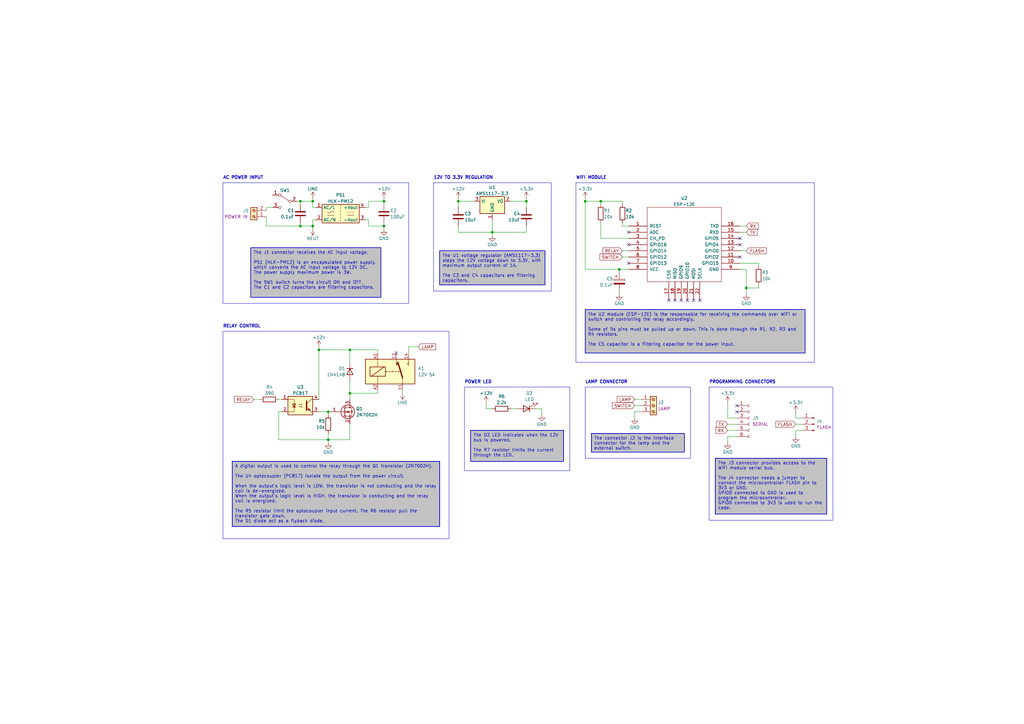
<source format=kicad_sch>
(kicad_sch (version 20230121) (generator eeschema)
  (paper "A3")
  (title_block (title "Lamp Module X1") (date "2024-05-02") (rev "1.1") (company "Alan Carvalho"))
  (lib_symbols
    (symbol "Connector:Conn_01x03_Pin" (pin_names (offset 1.016) hide)
      (property "Reference" "J" (at 0 5.08 0))
      (property "Value" "Conn_01x03_Pin" (at 0 -5.08 0))
      (symbol "Conn_01x03_Pin_1_1"
        (polyline (pts (xy 1.27 -2.54) (xy 0.8636 -2.54)) (stroke (width 0.1524)))
        (polyline (pts (xy 1.27 0) (xy 0.8636 0)) (stroke (width 0.1524)))
        (polyline (pts (xy 1.27 2.54) (xy 0.8636 2.54)) (stroke (width 0.1524)))
        (rectangle (start 0.8636 -2.413) (end 0 -2.667) (stroke (width 0.1524)) (fill (type outline)))
        (rectangle (start 0.8636 0.127) (end 0 -0.127) (stroke (width 0.1524)) (fill (type outline)))
        (rectangle (start 0.8636 2.667) (end 0 2.413) (stroke (width 0.1524)) (fill (type outline)))
        (pin passive line (at 5.08 2.54 180) (length 3.81) (name "Pin_1") (number "1"))
        (pin passive line (at 5.08 0 180) (length 3.81) (name "Pin_2") (number "2"))
        (pin passive line (at 5.08 -2.54 180) (length 3.81) (name "Pin_3") (number "3"))
      )
    )
    (symbol "Connector:Conn_01x06_Socket" (pin_names (offset 1.016) hide)
      (property "Reference" "J" (at 0 7.62 0))
      (property "Value" "Conn_01x06_Socket" (at 0 -10.16 0))
      (symbol "Conn_01x06_Socket_1_1"
        (arc (start 0 -7.112) (mid -0.5058 -7.62) (end 0 -8.128) (stroke (width 0.1524)))
        (arc (start 0 -4.572) (mid -0.5058 -5.08) (end 0 -5.588) (stroke (width 0.1524)))
        (arc (start 0 -2.032) (mid -0.5058 -2.54) (end 0 -3.048) (stroke (width 0.1524)))
        (polyline (pts (xy -1.27 -7.62) (xy -0.508 -7.62)) (stroke (width 0.1524)))
        (polyline (pts (xy -1.27 -5.08) (xy -0.508 -5.08)) (stroke (width 0.1524)))
        (polyline (pts (xy -1.27 -2.54) (xy -0.508 -2.54)) (stroke (width 0.1524)))
        (polyline (pts (xy -1.27 0) (xy -0.508 0)) (stroke (width 0.1524)))
        (polyline (pts (xy -1.27 2.54) (xy -0.508 2.54)) (stroke (width 0.1524)))
        (polyline (pts (xy -1.27 5.08) (xy -0.508 5.08)) (stroke (width 0.1524)))
        (arc (start 0 0.508) (mid -0.5058 0) (end 0 -0.508) (stroke (width 0.1524)))
        (arc (start 0 3.048) (mid -0.5058 2.54) (end 0 2.032) (stroke (width 0.1524)))
        (arc (start 0 5.588) (mid -0.5058 5.08) (end 0 4.572) (stroke (width 0.1524)))
        (pin passive line (at -5.08 5.08 0) (length 3.81) (name "Pin_1") (number "1"))
        (pin passive line (at -5.08 2.54 0) (length 3.81) (name "Pin_2") (number "2"))
        (pin passive line (at -5.08 0 0) (length 3.81) (name "Pin_3") (number "3"))
        (pin passive line (at -5.08 -2.54 0) (length 3.81) (name "Pin_4") (number "4"))
        (pin passive line (at -5.08 -5.08 0) (length 3.81) (name "Pin_5") (number "5"))
        (pin passive line (at -5.08 -7.62 0) (length 3.81) (name "Pin_6") (number "6"))
      )
    )
    (symbol "Connector:Screw_Terminal_01x02" (pin_names (offset 1.016) hide)
      (property "Reference" "J" (at 0 2.54 0))
      (property "Value" "Screw_Terminal_01x02" (at 0 -5.08 0))
      (symbol "Screw_Terminal_01x02_1_1"
        (rectangle (start -1.27 1.27) (end 1.27 -3.81) (stroke (width 0.254)) (fill (type background)))
        (circle (center 0 -2.54) (radius 0.635) (stroke (width 0.1524)))
        (polyline (pts (xy -0.5334 -2.2098) (xy 0.3302 -3.048)) (stroke (width 0.1524)))
        (polyline (pts (xy -0.5334 0.3302) (xy 0.3302 -0.508)) (stroke (width 0.1524)))
        (polyline (pts (xy -0.3556 -2.032) (xy 0.508 -2.8702)) (stroke (width 0.1524)))
        (polyline (pts (xy -0.3556 0.508) (xy 0.508 -0.3302)) (stroke (width 0.1524)))
        (circle (center 0 0) (radius 0.635) (stroke (width 0.1524)))
        (pin passive line (at -5.08 0 0) (length 3.81) (name "Pin_1") (number "1"))
        (pin passive line (at -5.08 -2.54 0) (length 3.81) (name "Pin_2") (number "2"))
      )
    )
    (symbol "Connector:Screw_Terminal_01x03" (pin_names (offset 1.016) hide)
      (property "Reference" "J" (at 0 5.08 0))
      (property "Value" "Screw_Terminal_01x03" (at 0 -5.08 0))
      (symbol "Screw_Terminal_01x03_1_1"
        (rectangle (start -1.27 3.81) (end 1.27 -3.81) (stroke (width 0.254)) (fill (type background)))
        (circle (center 0 -2.54) (radius 0.635) (stroke (width 0.1524)))
        (polyline (pts (xy -0.5334 -2.2098) (xy 0.3302 -3.048)) (stroke (width 0.1524)))
        (polyline (pts (xy -0.5334 0.3302) (xy 0.3302 -0.508)) (stroke (width 0.1524)))
        (polyline (pts (xy -0.5334 2.8702) (xy 0.3302 2.032)) (stroke (width 0.1524)))
        (polyline (pts (xy -0.3556 -2.032) (xy 0.508 -2.8702)) (stroke (width 0.1524)))
        (polyline (pts (xy -0.3556 0.508) (xy 0.508 -0.3302)) (stroke (width 0.1524)))
        (polyline (pts (xy -0.3556 3.048) (xy 0.508 2.2098)) (stroke (width 0.1524)))
        (circle (center 0 0) (radius 0.635) (stroke (width 0.1524)))
        (circle (center 0 2.54) (radius 0.635) (stroke (width 0.1524)))
        (pin passive line (at -5.08 2.54 0) (length 3.81) (name "Pin_1") (number "1"))
        (pin passive line (at -5.08 0 0) (length 3.81) (name "Pin_2") (number "2"))
        (pin passive line (at -5.08 -2.54 0) (length 3.81) (name "Pin_3") (number "3"))
      )
    )
    (symbol "Converter_ACDC:HLK-PM12"
      (property "Reference" "PS" (at 0 5.08 0))
      (property "Value" "HLK-PM12" (at 0 -5.08 0))
      (symbol "HLK-PM12_0_1"
        (rectangle (start -7.62 3.81) (end 7.62 -3.81) (stroke (width 0.254)) (fill (type background)))
        (arc (start -5.334 0.635) (mid -4.699 0.2495) (end -4.064 0.635))
        (arc (start -2.794 0.635) (mid -3.429 1.0072) (end -4.064 0.635))
        (polyline (pts (xy -5.334 -0.635) (xy -2.794 -0.635)))
        (polyline (pts (xy 0 -2.54) (xy 0 -3.175)))
        (polyline (pts (xy 0 -1.27) (xy 0 -1.905)))
        (polyline (pts (xy 0 0) (xy 0 -0.635)))
        (polyline (pts (xy 0 1.27) (xy 0 0.635)))
        (polyline (pts (xy 0 2.54) (xy 0 1.905)))
        (polyline (pts (xy 0 3.81) (xy 0 3.175)))
        (polyline (pts (xy 2.794 -0.635) (xy 5.334 -0.635)))
        (polyline (pts (xy 2.794 0.635) (xy 3.302 0.635)))
        (polyline (pts (xy 3.81 0.635) (xy 4.318 0.635)))
        (polyline (pts (xy 4.826 0.635) (xy 5.334 0.635)))
      )
      (symbol "HLK-PM12_1_1"
        (pin power_in line (at -10.16 2.54 0) (length 2.54) (name "AC/L") (number "1"))
        (pin power_in line (at -10.16 -2.54 0) (length 2.54) (name "AC/N") (number "2"))
        (pin power_out line (at 10.16 -2.54 180) (length 2.54) (name "-Vout") (number "3"))
        (pin power_out line (at 10.16 2.54 180) (length 2.54) (name "+Vout") (number "4"))
      )
    )
    (symbol "Device:C" (pin_numbers hide) (pin_names (offset 0.254))
      (property "Reference" "C" (at 0.635 2.54 0))
      (property "Value" "C" (at 0.635 -2.54 0))
      (symbol "C_0_1"
        (polyline (pts (xy -2.032 -0.762) (xy 2.032 -0.762)) (stroke (width 0.508)))
        (polyline (pts (xy -2.032 0.762) (xy 2.032 0.762)) (stroke (width 0.508)))
      )
      (symbol "C_1_1"
        (pin passive line (at 0 3.81 270) (length 2.794) (name "~") (number "1"))
        (pin passive line (at 0 -3.81 90) (length 2.794) (name "~") (number "2"))
      )
    )
    (symbol "Device:C_Polarized" (pin_numbers hide) (pin_names (offset 0.254))
      (property "Reference" "C" (at 0.635 2.54 0))
      (property "Value" "C_Polarized" (at 0.635 -2.54 0))
      (symbol "C_Polarized_0_1"
        (rectangle (start -2.286 0.508) (end 2.286 1.016))
        (polyline (pts (xy -1.778 2.286) (xy -0.762 2.286)))
        (polyline (pts (xy -1.27 2.794) (xy -1.27 1.778)))
        (rectangle (start 2.286 -0.508) (end -2.286 -1.016) (fill (type outline)))
      )
      (symbol "C_Polarized_1_1"
        (pin passive line (at 0 3.81 270) (length 2.794) (name "~") (number "1"))
        (pin passive line (at 0 -3.81 90) (length 2.794) (name "~") (number "2"))
      )
    )
    (symbol "Device:LED" (pin_numbers hide) (pin_names (offset 1.016) hide)
      (property "Reference" "D" (at 0 2.54 0))
      (property "Value" "LED" (at 0 -2.54 0))
      (symbol "LED_0_1"
        (polyline (pts (xy -1.27 -1.27) (xy -1.27 1.27)) (stroke (width 0.254)))
        (polyline (pts (xy -1.27 0) (xy 1.27 0)))
        (polyline (pts (xy 1.27 -1.27) (xy 1.27 1.27) (xy -1.27 0) (xy 1.27 -1.27)) (stroke (width 0.254)))
        (polyline (pts (xy -3.048 -0.762) (xy -4.572 -2.286) (xy -3.81 -2.286) (xy -4.572 -2.286) (xy -4.572 -1.524)))
        (polyline (pts (xy -1.778 -0.762) (xy -3.302 -2.286) (xy -2.54 -2.286) (xy -3.302 -2.286) (xy -3.302 -1.524)))
      )
      (symbol "LED_1_1"
        (pin passive line (at -3.81 0 0) (length 2.54) (name "K") (number "1"))
        (pin passive line (at 3.81 0 180) (length 2.54) (name "A") (number "2"))
      )
    )
    (symbol "Device:R" (pin_numbers hide) (pin_names (offset 0))
      (property "Reference" "R" (at 2.032 0 90))
      (property "Value" "R" (at 0 0 90))
      (symbol "R_0_1"
        (rectangle (start -1.016 -2.54) (end 1.016 2.54) (stroke (width 0.254)))
      )
      (symbol "R_1_1"
        (pin passive line (at 0 3.81 270) (length 1.27) (name "~") (number "1"))
        (pin passive line (at 0 -3.81 90) (length 1.27) (name "~") (number "2"))
      )
    )
    (symbol "Diode:1N4148" (pin_numbers hide) (pin_names hide)
      (property "Reference" "D" (at 0 2.54 0))
      (property "Value" "1N4148" (at 0 -2.54 0))
      (symbol "1N4148_0_1"
        (polyline (pts (xy -1.27 1.27) (xy -1.27 -1.27)) (stroke (width 0.254)))
        (polyline (pts (xy 1.27 0) (xy -1.27 0)))
        (polyline (pts (xy 1.27 1.27) (xy 1.27 -1.27) (xy -1.27 0) (xy 1.27 1.27)) (stroke (width 0.254)))
      )
      (symbol "1N4148_1_1"
        (pin passive line (at -3.81 0 0) (length 2.54) (name "K") (number "1"))
        (pin passive line (at 3.81 0 180) (length 2.54) (name "A") (number "2"))
      )
    )
    (symbol "ESP8266:ESP-12E" (pin_names (offset 1.016))
      (property "Reference" "U" (at 0 -2.54 0))
      (property "Value" "ESP-12E" (at 0 2.54 0))
      (symbol "ESP-12E_1_0"
        (rectangle (start -15.24 -15.24) (end 15.24 15.24))
      )
      (symbol "ESP-12E_1_1"
        (pin input line (at -22.86 7.62 0) (length 7.62) (name "REST") (number "1"))
        (pin bidirectional line (at 22.86 -7.62 180) (length 7.62) (name "GPIO15") (number "10"))
        (pin bidirectional line (at 22.86 -5.08 180) (length 7.62) (name "GPIO2") (number "11"))
        (pin bidirectional line (at 22.86 -2.54 180) (length 7.62) (name "GPIO0") (number "12"))
        (pin bidirectional line (at 22.86 0 180) (length 7.62) (name "GPIO4") (number "13"))
        (pin bidirectional line (at 22.86 2.54 180) (length 7.62) (name "GPIO5") (number "14"))
        (pin input line (at 22.86 5.08 180) (length 7.62) (name "RXD") (number "15"))
        (pin output line (at 22.86 7.62 180) (length 7.62) (name "TXD") (number "16"))
        (pin bidirectional line (at -6.35 -22.86 90) (length 7.62) (name "CS0") (number "17"))
        (pin bidirectional line (at -3.81 -22.86 90) (length 7.62) (name "MISO") (number "18"))
        (pin bidirectional line (at -1.27 -22.86 90) (length 7.62) (name "GPIO9") (number "19"))
        (pin passive line (at -22.86 5.08 0) (length 7.62) (name "ADC") (number "2"))
        (pin bidirectional line (at 1.27 -22.86 90) (length 7.62) (name "GPIO10") (number "20"))
        (pin bidirectional line (at 3.81 -22.86 90) (length 7.62) (name "MOSI") (number "21"))
        (pin bidirectional line (at 6.35 -22.86 90) (length 7.62) (name "SCLK") (number "22"))
        (pin input line (at -22.86 2.54 0) (length 7.62) (name "CH_PD") (number "3"))
        (pin bidirectional line (at -22.86 0 0) (length 7.62) (name "GPIO16") (number "4"))
        (pin bidirectional line (at -22.86 -2.54 0) (length 7.62) (name "GPIO14") (number "5"))
        (pin bidirectional line (at -22.86 -5.08 0) (length 7.62) (name "GPIO12") (number "6"))
        (pin bidirectional line (at -22.86 -7.62 0) (length 7.62) (name "GPIO13") (number "7"))
        (pin power_in line (at -22.86 -10.16 0) (length 7.62) (name "VCC") (number "8"))
        (pin power_in line (at 22.86 -10.16 180) (length 7.62) (name "GND") (number "9"))
      )
    )
    (symbol "Isolator:PC817" (pin_names (offset 1.016))
      (property "Reference" "U" (at -5.08 5.08 0))
      (property "Value" "PC817" (at 0 5.08 0))
      (symbol "PC817_0_1"
        (rectangle (start -5.08 3.81) (end 5.08 -3.81) (stroke (width 0.254)) (fill (type background)))
        (polyline (pts (xy -3.175 -0.635) (xy -1.905 -0.635)) (stroke (width 0.254)))
        (polyline (pts (xy 2.54 0.635) (xy 4.445 2.54)))
        (polyline (pts (xy 4.445 -2.54) (xy 2.54 -0.635)) (fill (type outline)))
        (polyline (pts (xy 4.445 -2.54) (xy 5.08 -2.54)))
        (polyline (pts (xy 4.445 2.54) (xy 5.08 2.54)))
        (polyline (pts (xy -5.08 2.54) (xy -2.54 2.54) (xy -2.54 -0.635)))
        (polyline (pts (xy -2.54 -0.635) (xy -2.54 -2.54) (xy -5.08 -2.54)))
        (polyline (pts (xy 2.54 1.905) (xy 2.54 -1.905) (xy 2.54 -1.905)) (stroke (width 0.508)))
        (polyline (pts (xy -2.54 -0.635) (xy -3.175 0.635) (xy -1.905 0.635) (xy -2.54 -0.635)) (stroke (width 0.254)))
        (polyline (pts (xy -0.508 -0.508) (xy 0.762 -0.508) (xy 0.381 -0.635) (xy 0.381 -0.381) (xy 0.762 -0.508)))
        (polyline (pts (xy -0.508 0.508) (xy 0.762 0.508) (xy 0.381 0.381) (xy 0.381 0.635) (xy 0.762 0.508)))
        (polyline (pts (xy 3.048 -1.651) (xy 3.556 -1.143) (xy 4.064 -2.159) (xy 3.048 -1.651) (xy 3.048 -1.651)) (fill (type outline)))
      )
      (symbol "PC817_1_1"
        (pin passive line (at -7.62 2.54 0) (length 2.54) (name "~") (number "1"))
        (pin passive line (at -7.62 -2.54 0) (length 2.54) (name "~") (number "2"))
        (pin passive line (at 7.62 -2.54 180) (length 2.54) (name "~") (number "3"))
        (pin passive line (at 7.62 2.54 180) (length 2.54) (name "~") (number "4"))
      )
    )
    (symbol "Regulator_Linear:AMS1117-3.3"
      (property "Reference" "U" (at -3.81 3.175 0))
      (property "Value" "AMS1117-3.3" (at 0 3.175 0))
      (symbol "AMS1117-3.3_0_1"
        (rectangle (start -5.08 -5.08) (end 5.08 1.905) (stroke (width 0.254)) (fill (type background)))
      )
      (symbol "AMS1117-3.3_1_1"
        (pin power_in line (at 0 -7.62 90) (length 2.54) (name "GND") (number "1"))
        (pin power_out line (at 7.62 0 180) (length 2.54) (name "VO") (number "2"))
        (pin power_in line (at -7.62 0 0) (length 2.54) (name "VI") (number "3"))
      )
    )
    (symbol "Relay:FINDER-36.11"
      (property "Reference" "K" (at 11.43 3.81 0))
      (property "Value" "FINDER-36.11" (at 11.43 1.27 0))
      (symbol "FINDER-36.11_0_0"
        (polyline (pts (xy 2.54 3.81) (xy 2.54 5.08)))
        (polyline (pts (xy 7.62 3.81) (xy 7.62 5.08)))
        (polyline (pts (xy 7.62 3.81) (xy 7.62 2.54) (xy 6.985 3.175) (xy 7.62 3.81)))
      )
      (symbol "FINDER-36.11_0_1"
        (rectangle (start -10.16 5.08) (end 10.16 -5.08) (stroke (width 0.254)) (fill (type background)))
        (rectangle (start -8.255 1.905) (end -1.905 -1.905) (stroke (width 0.254)))
        (polyline (pts (xy -7.62 -1.905) (xy -2.54 1.905)) (stroke (width 0.254)))
        (polyline (pts (xy -5.08 -5.08) (xy -5.08 -1.905)))
        (polyline (pts (xy -5.08 5.08) (xy -5.08 1.905)))
        (polyline (pts (xy -1.905 0) (xy -1.27 0)) (stroke (width 0.254)))
        (polyline (pts (xy -0.635 0) (xy 0 0)) (stroke (width 0.254)))
        (polyline (pts (xy 0.635 0) (xy 1.27 0)) (stroke (width 0.254)))
        (polyline (pts (xy 0.635 0) (xy 1.27 0)) (stroke (width 0.254)))
        (polyline (pts (xy 1.905 0) (xy 2.54 0)) (stroke (width 0.254)))
        (polyline (pts (xy 3.175 0) (xy 3.81 0)) (stroke (width 0.254)))
        (polyline (pts (xy 5.08 -2.54) (xy 3.175 3.81)) (stroke (width 0.508)))
        (polyline (pts (xy 5.08 -2.54) (xy 5.08 -5.08)))
        (polyline (pts (xy 2.54 2.54) (xy 3.175 3.175) (xy 2.54 3.81)) (fill (type outline)))
      )
      (symbol "FINDER-36.11_1_1"
        (pin passive line (at 5.08 -7.62 90) (length 2.54) (name "~") (number "11"))
        (pin passive line (at 2.54 7.62 270) (length 2.54) (name "~") (number "12"))
        (pin passive line (at 7.62 7.62 270) (length 2.54) (name "~") (number "14"))
        (pin passive line (at -5.08 7.62 270) (length 2.54) (name "~") (number "A1"))
        (pin passive line (at -5.08 -7.62 90) (length 2.54) (name "~") (number "A2"))
      )
    )
    (symbol "Switch:SW_SPDT" (pin_names (offset 0) hide)
      (property "Reference" "SW" (at 0 4.318 0))
      (property "Value" "SW_SPDT" (at 0 -5.08 0))
      (symbol "SW_SPDT_0_0"
        (circle (center -2.032 0) (radius 0.508))
        (circle (center 2.032 -2.54) (radius 0.508))
      )
      (symbol "SW_SPDT_0_1"
        (polyline (pts (xy -1.524 0.254) (xy 1.651 2.286)))
        (circle (center 2.032 2.54) (radius 0.508))
      )
      (symbol "SW_SPDT_1_1"
        (pin passive line (at 5.08 2.54 180) (length 2.54) (name "A") (number "1"))
        (pin passive line (at -5.08 0 0) (length 2.54) (name "B") (number "2"))
        (pin passive line (at 5.08 -2.54 180) (length 2.54) (name "C") (number "3"))
      )
    )
    (symbol "Transistor_FET:2N7002H" (pin_names hide)
      (property "Reference" "Q" (at 5.08 1.905 0))
      (property "Value" "2N7002H" (at 5.08 0 0))
      (symbol "2N7002H_0_1"
        (polyline (pts (xy 0.254 0) (xy -2.54 0)))
        (polyline (pts (xy 0.254 1.905) (xy 0.254 -1.905)) (stroke (width 0.254)))
        (polyline (pts (xy 0.762 -1.27) (xy 0.762 -2.286)) (stroke (width 0.254)))
        (polyline (pts (xy 0.762 0.508) (xy 0.762 -0.508)) (stroke (width 0.254)))
        (polyline (pts (xy 0.762 2.286) (xy 0.762 1.27)) (stroke (width 0.254)))
        (polyline (pts (xy 2.54 2.54) (xy 2.54 1.778)))
        (polyline (pts (xy 2.54 -2.54) (xy 2.54 0) (xy 0.762 0)))
        (polyline (pts (xy 0.762 -1.778) (xy 3.302 -1.778) (xy 3.302 1.778) (xy 0.762 1.778)))
        (polyline (pts (xy 1.016 0) (xy 2.032 0.381) (xy 2.032 -0.381) (xy 1.016 0)) (fill (type outline)))
        (polyline (pts (xy 2.794 0.508) (xy 2.921 0.381) (xy 3.683 0.381) (xy 3.81 0.254)))
        (polyline (pts (xy 3.302 0.381) (xy 2.921 -0.254) (xy 3.683 -0.254) (xy 3.302 0.381)))
        (circle (center 1.651 0) (radius 2.794) (stroke (width 0.254)))
        (circle (center 2.54 -1.778) (radius 0.254) (fill (type outline)))
        (circle (center 2.54 1.778) (radius 0.254) (fill (type outline)))
      )
      (symbol "2N7002H_1_1"
        (pin input line (at -5.08 0 0) (length 2.54) (name "G") (number "1"))
        (pin passive line (at 2.54 -5.08 90) (length 2.54) (name "S") (number "2"))
        (pin passive line (at 2.54 5.08 270) (length 2.54) (name "D") (number "3"))
      )
    )
    (symbol "power:+12V" (power) (pin_names (offset 0))
      (property "Value" "+12V" (at 0 3.556 0))
      (symbol "+12V_0_1"
        (polyline (pts (xy -0.762 1.27) (xy 0 2.54)))
        (polyline (pts (xy 0 0) (xy 0 2.54)))
        (polyline (pts (xy 0 2.54) (xy 0.762 1.27)))
      )
      (symbol "+12V_1_1"
        (pin power_in line (at 0 0 90) (length 0) hide (name "+12V") (number "1"))
      )
    )
    (symbol "power:+3.3V" (power) (pin_names (offset 0))
      (property "Value" "+3.3V" (at 0 3.556 0))
      (symbol "+3.3V_0_1"
        (polyline (pts (xy -0.762 1.27) (xy 0 2.54)))
        (polyline (pts (xy 0 0) (xy 0 2.54)))
        (polyline (pts (xy 0 2.54) (xy 0.762 1.27)))
      )
      (symbol "+3.3V_1_1"
        (pin power_in line (at 0 0 90) (length 0) hide (name "+3.3V") (number "1"))
      )
    )
    (symbol "power:GND" (power) (pin_names (offset 0))
      (property "Value" "GND" (at 0 -3.81 0))
      (symbol "GND_0_1"
        (polyline (pts (xy 0 0) (xy 0 -1.27) (xy 1.27 -1.27) (xy 0 -2.54) (xy -1.27 -1.27) (xy 0 -1.27)))
      )
      (symbol "GND_1_1"
        (pin power_in line (at 0 0 270) (length 0) hide (name "GND") (number "1"))
      )
    )
    (symbol "power:LINE" (power) (pin_names (offset 0))
      (property "Value" "LINE" (at 0 3.81 0))
      (symbol "LINE_0_1"
        (polyline (pts (xy -0.762 1.27) (xy 0 2.54)))
        (polyline (pts (xy 0 0) (xy 0 2.54)))
        (polyline (pts (xy 0 2.54) (xy 0.762 1.27)))
      )
      (symbol "LINE_1_1"
        (pin power_in line (at 0 0 90) (length 0) hide (name "LINE") (number "1"))
      )
    )
    (symbol "power:NEUT" (power) (pin_names (offset 0))
      (property "Value" "NEUT" (at 0 3.81 0))
      (symbol "NEUT_0_1"
        (polyline (pts (xy -0.762 1.27) (xy 0 2.54)))
        (polyline (pts (xy 0 0) (xy 0 2.54)))
        (polyline (pts (xy 0 2.54) (xy 0.762 1.27)))
      )
      (symbol "NEUT_1_1"
        (pin power_in line (at 0 0 90) (length 0) hide (name "NEUT") (number "1"))
      )
    )
  )
  (junction (at 215.9 82.55))
  (junction (at 123.19 82.55))
  (junction (at 143.51 161.29))
  (junction (at 123.19 92.71))
  (junction (at 134.62 168.91))
  (junction (at 246.38 82.55))
  (junction (at 306.07 118.11))
  (junction (at 240.03 82.55))
  (junction (at 128.27 82.55))
  (junction (at 128.27 92.71))
  (junction (at 134.62 180.34))
  (junction (at 130.81 143.51))
  (junction (at 201.93 95.25))
  (junction (at 187.96 82.55))
  (junction (at 143.51 143.51))
  (junction (at 254 110.49))
  (junction (at 157.48 82.55))
  (junction (at 157.48 92.71))
  (no_connect (at 302.26 166.37))
  (no_connect (at 287.02 123.19))
  (no_connect (at 303.53 100.33))
  (no_connect (at 257.81 107.95))
  (no_connect (at 279.4 123.19))
  (no_connect (at 302.26 168.91))
  (no_connect (at 274.32 123.19))
  (no_connect (at 281.94 123.19))
  (no_connect (at 284.48 123.19))
  (no_connect (at 162.56 144.78))
  (no_connect (at 303.53 105.41))
  (no_connect (at 303.53 97.79))
  (no_connect (at 257.81 100.33))
  (no_connect (at 276.86 123.19))
  (no_connect (at 257.81 95.25))
  (wire (pts (xy 134.62 168.91) (xy 134.62 170.18)))
  (wire (pts (xy 143.51 173.99) (xy 143.51 180.34)))
  (wire (pts (xy 154.94 143.51) (xy 154.94 144.78)))
  (wire (pts (xy 201.93 95.25) (xy 187.96 95.25)))
  (wire (pts (xy 311.15 116.84) (xy 311.15 118.11)))
  (wire (pts (xy 123.19 82.55) (xy 128.27 82.55)))
  (wire (pts (xy 306.07 118.11) (xy 311.15 118.11)))
  (wire (pts (xy 121.92 82.55) (xy 123.19 82.55)))
  (wire (pts (xy 143.51 148.59) (xy 143.51 143.51)))
  (wire (pts (xy 298.45 179.07) (xy 302.26 179.07)))
  (wire (pts (xy 306.07 110.49) (xy 303.53 110.49)))
  (wire (pts (xy 303.53 102.87) (xy 306.07 102.87)))
  (wire (pts (xy 128.27 85.09) (xy 129.54 85.09)))
  (wire (pts (xy 326.39 179.07) (xy 326.39 176.53)))
  (wire (pts (xy 128.27 81.28) (xy 128.27 82.55)))
  (wire (pts (xy 157.48 82.55) (xy 157.48 83.82)))
  (wire (pts (xy 255.27 105.41) (xy 257.81 105.41)))
  (wire (pts (xy 128.27 90.17) (xy 129.54 90.17)))
  (wire (pts (xy 303.53 95.25) (xy 306.07 95.25)))
  (wire (pts (xy 109.22 88.9) (xy 109.22 92.71)))
  (wire (pts (xy 134.62 177.8) (xy 134.62 180.34)))
  (wire (pts (xy 123.19 82.55) (xy 123.19 83.82)))
  (wire (pts (xy 298.45 171.45) (xy 302.26 171.45)))
  (wire (pts (xy 255.27 92.71) (xy 255.27 91.44)))
  (wire (pts (xy 260.35 163.83) (xy 262.89 163.83)))
  (wire (pts (xy 326.39 176.53) (xy 328.93 176.53)))
  (wire (pts (xy 298.45 181.61) (xy 298.45 179.07)))
  (wire (pts (xy 187.96 82.55) (xy 194.31 82.55)))
  (wire (pts (xy 222.25 167.64) (xy 222.25 170.18)))
  (wire (pts (xy 157.48 82.55) (xy 157.48 81.28)))
  (wire (pts (xy 157.48 93.98) (xy 157.48 92.71)))
  (wire (pts (xy 326.39 173.99) (xy 328.93 173.99)))
  (wire (pts (xy 134.62 180.34) (xy 143.51 180.34)))
  (wire (pts (xy 114.3 163.83) (xy 115.57 163.83)))
  (wire (pts (xy 143.51 161.29) (xy 154.94 161.29)))
  (wire (pts (xy 187.96 81.28) (xy 187.96 82.55)))
  (wire (pts (xy 298.45 165.1) (xy 298.45 171.45)))
  (wire (pts (xy 306.07 118.11) (xy 306.07 110.49)))
  (wire (pts (xy 187.96 92.71) (xy 187.96 95.25)))
  (wire (pts (xy 104.14 163.83) (xy 106.68 163.83)))
  (wire (pts (xy 201.93 95.25) (xy 201.93 96.52)))
  (wire (pts (xy 215.9 81.28) (xy 215.9 82.55)))
  (wire (pts (xy 257.81 92.71) (xy 255.27 92.71)))
  (wire (pts (xy 257.81 97.79) (xy 246.38 97.79)))
  (wire (pts (xy 254 119.38) (xy 254 120.65)))
  (wire (pts (xy 219.71 167.64) (xy 222.25 167.64)))
  (wire (pts (xy 151.13 90.17) (xy 149.86 90.17)))
  (wire (pts (xy 246.38 97.79) (xy 246.38 91.44)))
  (wire (pts (xy 151.13 85.09) (xy 149.86 85.09)))
  (wire (pts (xy 240.03 82.55) (xy 246.38 82.55)))
  (wire (pts (xy 255.27 102.87) (xy 257.81 102.87)))
  (wire (pts (xy 201.93 90.17) (xy 201.93 95.25)))
  (wire (pts (xy 111.76 85.09) (xy 109.22 85.09)))
  (wire (pts (xy 306.07 120.65) (xy 306.07 118.11)))
  (wire (pts (xy 143.51 156.21) (xy 143.51 161.29)))
  (wire (pts (xy 130.81 168.91) (xy 134.62 168.91)))
  (wire (pts (xy 246.38 82.55) (xy 255.27 82.55)))
  (wire (pts (xy 109.22 85.09) (xy 109.22 86.36)))
  (wire (pts (xy 326.39 168.91) (xy 326.39 171.45)))
  (wire (pts (xy 240.03 81.28) (xy 240.03 82.55)))
  (wire (pts (xy 143.51 143.51) (xy 154.94 143.51)))
  (wire (pts (xy 215.9 92.71) (xy 215.9 95.25)))
  (wire (pts (xy 215.9 95.25) (xy 201.93 95.25)))
  (wire (pts (xy 154.94 160.02) (xy 154.94 161.29)))
  (wire (pts (xy 151.13 90.17) (xy 151.13 92.71)))
  (wire (pts (xy 215.9 85.09) (xy 215.9 82.55)))
  (wire (pts (xy 143.51 143.51) (xy 130.81 143.51)))
  (wire (pts (xy 167.64 144.78) (xy 167.64 142.24)))
  (wire (pts (xy 123.19 92.71) (xy 128.27 92.71)))
  (wire (pts (xy 167.64 142.24) (xy 171.45 142.24)))
  (wire (pts (xy 240.03 110.49) (xy 254 110.49)))
  (wire (pts (xy 303.53 92.71) (xy 306.07 92.71)))
  (wire (pts (xy 143.51 161.29) (xy 143.51 163.83)))
  (wire (pts (xy 151.13 82.55) (xy 157.48 82.55)))
  (wire (pts (xy 260.35 166.37) (xy 262.89 166.37)))
  (wire (pts (xy 151.13 82.55) (xy 151.13 85.09)))
  (wire (pts (xy 311.15 109.22) (xy 311.15 107.95)))
  (wire (pts (xy 199.39 167.64) (xy 199.39 165.1)))
  (wire (pts (xy 260.35 171.45) (xy 260.35 168.91)))
  (wire (pts (xy 157.48 91.44) (xy 157.48 92.71)))
  (wire (pts (xy 109.22 92.71) (xy 123.19 92.71)))
  (wire (pts (xy 128.27 82.55) (xy 128.27 85.09)))
  (wire (pts (xy 114.3 180.34) (xy 134.62 180.34)))
  (wire (pts (xy 115.57 168.91) (xy 114.3 168.91)))
  (wire (pts (xy 114.3 168.91) (xy 114.3 180.34)))
  (wire (pts (xy 128.27 92.71) (xy 128.27 90.17)))
  (wire (pts (xy 240.03 82.55) (xy 240.03 110.49)))
  (wire (pts (xy 209.55 167.64) (xy 212.09 167.64)))
  (wire (pts (xy 134.62 180.34) (xy 134.62 181.61)))
  (wire (pts (xy 215.9 82.55) (xy 209.55 82.55)))
  (wire (pts (xy 187.96 85.09) (xy 187.96 82.55)))
  (wire (pts (xy 130.81 142.24) (xy 130.81 143.51)))
  (wire (pts (xy 165.1 160.02) (xy 165.1 161.29)))
  (wire (pts (xy 134.62 168.91) (xy 135.89 168.91)))
  (wire (pts (xy 326.39 171.45) (xy 328.93 171.45)))
  (wire (pts (xy 260.35 168.91) (xy 262.89 168.91)))
  (wire (pts (xy 151.13 92.71) (xy 157.48 92.71)))
  (wire (pts (xy 311.15 107.95) (xy 303.53 107.95)))
  (wire (pts (xy 128.27 92.71) (xy 128.27 93.98)))
  (wire (pts (xy 123.19 91.44) (xy 123.19 92.71)))
  (wire (pts (xy 201.93 167.64) (xy 199.39 167.64)))
  (wire (pts (xy 255.27 83.82) (xy 255.27 82.55)))
  (wire (pts (xy 254 110.49) (xy 254 111.76)))
  (wire (pts (xy 298.45 173.99) (xy 302.26 173.99)))
  (wire (pts (xy 130.81 143.51) (xy 130.81 163.83)))
  (wire (pts (xy 254 110.49) (xy 257.81 110.49)))
  (wire (pts (xy 246.38 83.82) (xy 246.38 82.55)))
  (wire (pts (xy 298.45 176.53) (xy 302.26 176.53)))
  (rectangle (start 290.83 158.75) (end 341.63 213.36))
  (rectangle (start 177.8 74.93) (end 226.06 119.38))
  (rectangle (start 236.22 74.93) (end 334.01 148.59))
  (rectangle (start 240.03 158.75) (end 283.21 187.96))
  (rectangle (start 91.44 74.93) (end 167.64 124.46))
  (rectangle (start 190.5 158.75) (end 233.68 193.04))
  (rectangle (start 91.44 135.89) (end 184.15 220.98))
  (text_box "The J1 connector receives the AC input voltage.\n\nPS1 (HLK-PM12) is an encapsulated power supply, which converts the AC input voltage to 12V DC.\nThe power supply maximum power is 3W. \n\nThe SW1 switch turns the circuit ON and OFF. \nThe C1 and C2 capacitors are filtering capacitors." (at 102.87 101.6 0) (size 53.34 20.32) (stroke (width 0.3)) (fill (type color) (color 194 194 194 1)) (effects (font (size 1.27 1.27)) (justify left top)))
  (text_box "A digital output is used to control the relay through the Q1 transistor (2N7002H).\n\nThe U4 optocoupler (PC817) isolate the output from the power circuit.\n\nWhen the output's logic level is LOW, the transistor is not conducting and the relay coil is de-energized.\nWhen the output's logic level is HIGH, the transistor is conducting and the relay coil is energized.\n\nThe R5 resistor limit the optocoupler input current. The R6 resistor pull the transistor gate down.\nThe D1 diode act as a flyback diode." (at 95.25 189.23 0) (size 85.09 26.67) (stroke (width 0.3)) (fill (type color) (color 194 194 194 1)) (effects (font (size 1.27 1.27)) (justify left top)))
  (text_box "The J3 connector provides access to the WiFi module serial bus.\n\nThe J4 connector needs a jumper to connect the microcontroller FLASH pin to 3V3 or GND.\nGPIO0 connected to GND is used to program the microcontroller.\nGPIO0 connected to 3V3 is uded to run the code." (at 293.37 187.96 0) (size 45.72 22.86) (stroke (width 0.3)) (fill (type color) (color 194 194 194 1)) (effects (font (size 1.27 1.27)) (justify left top)))
  (text_box "The D2 LED indicates when the 12V bus is powered.\n\nThe R7 resistor limits the current through the LED." (at 193.04 176.53 0) (size 38.1 12.7) (stroke (width 0.3)) (fill (type color) (color 194 194 194 1)) (effects (font (size 1.27 1.27)) (justify left top)))
  (text_box "The U2 module (ESP-12E) is the responsable for receiving the commands over WiFi or switch and controlling the relay accordingly.\n\nSome of its pins must be pulled up or down. This is done through the R1, R2, R3 and R4 resistors.\n\nThe C5 capacitor is a filtering capacitor for the power input." (at 240.03 127 0) (size 90.17 17.78) (stroke (width 0.3)) (fill (type color) (color 194 194 194 1)) (effects (font (size 1.27 1.27)) (justify left top)))
  (text_box "The U1 voltage regulator (AMS1117-3.3) steps the 12V voltage down to 3,3V, with maximum output current of 1A.\n \nThe C3 and C4 capacitors are filtering capacitors." (at 180.34 102.87 0) (size 43.18 13.97) (stroke (width 0.3)) (fill (type color) (color 194 194 194 1)) (effects (font (size 1.27 1.27)) (justify left top)))
  (text_box "The connector J2 is the interface connector for the lamp and the external switch." (at 242.57 177.8 0) (size 38.1 7.62) (stroke (width 0.3)) (fill (type color) (color 194 194 194 1)) (effects (font (size 1.27 1.27)) (justify left top)))
  (text "PROGRAMMING CONNECTORS" (at 290.83 157.48 0) (effects (font (size 1.27 1.27) (thickness 0.254) bold) (justify left bottom)))
  (text "RELAY CONTROL" (at 91.44 134.62 0) (effects (font (size 1.27 1.27) (thickness 0.254) bold) (justify left bottom)))
  (text "POWER LED" (at 190.5 157.48 0) (effects (font (size 1.27 1.27) (thickness 0.254) bold) (justify left bottom)))
  (text "AC POWER INPUT" (at 91.44 73.66 0) (effects (font (size 1.27 1.27) (thickness 0.254) bold) (justify left bottom)))
  (text "LAMP CONNECTOR" (at 240.03 157.48 0) (effects (font (size 1.27 1.27) (thickness 0.254) bold) (justify left bottom)))
  (text "WIFI MODULE" (at 236.22 73.66 0) (effects (font (size 1.27 1.27) (thickness 0.254) bold) (justify left bottom)))
  (text "12V TO 3.3V REGULATION" (at 177.8 73.66 0) (effects (font (size 1.27 1.27) (thickness 0.254) bold) (justify left bottom)))
  (global_label "SWITCH" (shape input) (at 260.35 166.37 180) (property "Intersheetrefs" "${INTERSHEET_REFS}" (effects hide)))
  (global_label "TX" (shape input) (at 306.07 95.25 0) (property "Intersheetrefs" "${INTERSHEET_REFS}" (effects hide)))
  (global_label "TX" (shape input) (at 298.45 173.99 180) (property "Intersheetrefs" "${INTERSHEET_REFS}" (effects hide)))
  (global_label "RELAY" (shape input) (at 104.14 163.83 180) (property "Intersheetrefs" "${INTERSHEET_REFS}" (effects hide)))
  (global_label "FLASH" (shape input) (at 326.39 173.99 180) (property "Intersheetrefs" "${INTERSHEET_REFS}" (effects hide)))
  (global_label "SWITCH" (shape input) (at 255.27 105.41 180) (property "Intersheetrefs" "${INTERSHEET_REFS}" (effects hide)))
  (global_label "LAMP" (shape input) (at 171.45 142.24 0) (property "Intersheetrefs" "${INTERSHEET_REFS}" (effects hide)))
  (global_label "RELAY" (shape input) (at 255.27 102.87 180) (property "Intersheetrefs" "${INTERSHEET_REFS}" (effects hide)))
  (global_label "FLASH" (shape input) (at 306.07 102.87 0) (property "Intersheetrefs" "${INTERSHEET_REFS}" (effects hide)))
  (global_label "RX" (shape input) (at 298.45 176.53 180) (property "Intersheetrefs" "${INTERSHEET_REFS}" (effects hide)))
  (global_label "RX" (shape input) (at 306.07 92.71 0) (property "Intersheetrefs" "${INTERSHEET_REFS}" (effects hide)))
  (global_label "LAMP" (shape input) (at 260.35 163.83 180) (property "Intersheetrefs" "${INTERSHEET_REFS}" (effects hide)))
  (symbol (lib_id "Switch:SW_SPDT") (at 116.84 82.55 0) (mirror y) (unit 1)
    (property "Reference" "SW1" (at 116.84 78.105 0))
    (property "Value" "SW_SPDT" (effects hide))
    (property "Footprint" "MyLibrary:Toggle_Switch_SelfLocking_7x7" (effects hide))
  )
  (symbol (lib_id "power:GND") (at 134.62 181.61 0) (unit 1)
    (property "Reference" "#PWR08" (effects hide))
    (property "Value" "GND" (at 134.62 185.42 0))
  )
  (symbol (lib_id "Device:R") (at 134.62 173.99 0) (unit 1)
    (property "Reference" "R5" (at 133.35 172.72 0) (effects (justify right)))
    (property "Value" "10k" (at 133.35 175.26 0) (effects (justify right)))
    (property "Footprint" "Resistor_SMD:R_0603_1608Metric" (effects hide))
    (property "Tolerance" "5%" (effects hide))
    (property "Power" "1/10W" (effects hide))
  )
  (symbol (lib_id "power:GND") (at 306.07 120.65 0) (unit 1)
    (property "Reference" "#PWR06" (effects hide))
    (property "Value" "GND" (at 306.07 124.46 0))
  )
  (symbol (lib_id "Relay:FINDER-36.11") (at 160.02 152.4 0) (unit 1)
    (property "Reference" "K1" (at 171.45 151.13 0) (effects (justify left)))
    (property "Value" "12V 5A" (at 171.45 153.67 0) (effects (justify left)))
    (property "Footprint" "Relay_THT:Relay_SPDT_Finder_36.11" (effects hide))
    (property "Datasheet" "https://gfinder.findernet.com/public/attachments/36/EN/S36EN.pdf" (effects hide))
  )
  (symbol (lib_id "Device:C_Polarized") (at 254 115.57 0) (unit 1)
    (property "Reference" "C5" (at 251.46 114.3 0) (effects (justify right)))
    (property "Value" "0.1uF" (at 251.46 116.84 0) (effects (justify right)))
    (property "Footprint" "Capacitor_SMD:C_0603_1608Metric" (effects hide))
    (property "Voltage" "6.3V" (effects hide))
  )
  (symbol (lib_id "power:GND") (at 260.35 171.45 0) (unit 1)
    (property "Reference" "#PWR013" (effects hide))
    (property "Value" "GND" (at 260.35 175.26 0))
  )
  (symbol (lib_id "Connector:Conn_01x06_Socket") (at 307.34 171.45 0) (unit 1)
    (property "Reference" "J3" (at 308.61 171.45 0) (effects (justify left)))
    (property "Value" "Conn_01x06_Socket" (effects hide))
    (property "Footprint" "Connector_PinHeader_2.54mm:PinHeader_1x06_P2.54mm_Vertical" (effects hide))
    (property "Description" "SERIAL" (at 308.61 173.99 0) (effects (justify left)))
  )
  (symbol (lib_id "Connector:Conn_01x03_Pin") (at 334.01 173.99 0) (mirror y) (unit 1)
    (property "Reference" "J4" (at 337.185 172.72 0) (effects (justify left)))
    (property "Value" "Conn_01x03_Socket" (effects hide))
    (property "Footprint" "Connector_PinSocket_2.54mm:PinSocket_1x03_P2.54mm_Vertical" (effects hide))
    (property "Description" "FLASH" (at 340.995 175.26 0) (effects (justify left)))
  )
  (symbol (lib_id "Transistor_FET:2N7002H") (at 140.97 168.91 0) (unit 1)
    (property "Reference" "Q1" (at 146.05 167.64 0) (effects (justify left)))
    (property "Value" "2N7002H" (at 146.05 170.18 0) (effects (justify left)))
    (property "Footprint" "Package_TO_SOT_SMD:SOT-23" (effects hide))
    (property "Datasheet" "http://www.diodes.com/assets/Datasheets/2N7002H.pdf" (effects hide))
  )
  (symbol (lib_id "power:LINE") (at 128.27 81.28 0) (unit 1)
    (property "Reference" "#PWR03" (effects hide))
    (property "Value" "LINE" (at 128.27 77.47 0))
  )
  (symbol (lib_id "power:GND") (at 326.39 179.07 0) (unit 1)
    (property "Reference" "#PWR010" (effects hide))
    (property "Value" "GND" (at 326.39 182.88 0))
  )
  (symbol (lib_id "Device:LED") (at 215.9 167.64 180) (unit 1)
    (property "Reference" "D2" (at 217.17 161.29 0))
    (property "Value" "LED" (at 217.17 163.83 0))
    (property "Footprint" "LED_SMD:LED_0603_1608Metric" (effects hide))
    (property "Color" "Green" (effects hide))
  )
  (symbol (lib_id "power:GND") (at 201.93 96.52 0) (unit 1)
    (property "Reference" "#PWR022" (effects hide))
    (property "Value" "GND" (at 201.93 100.33 0))
  )
  (symbol (lib_id "power:GND") (at 254 120.65 0) (unit 1)
    (property "Reference" "#PWR018" (effects hide))
    (property "Value" "GND" (at 254 124.46 0))
  )
  (symbol (lib_id "Regulator_Linear:AMS1117-3.3") (at 201.93 82.55 0) (unit 1)
    (property "Reference" "U1" (at 201.93 76.835 0))
    (property "Value" "AMS1117-3.3" (at 201.93 79.375 0))
    (property "Footprint" "Package_TO_SOT_SMD:SOT-223-3_TabPin2" (effects hide))
    (property "Datasheet" "http://www.advanced-monolithic.com/pdf/ds1117.pdf" (effects hide))
    (property "Power" "3.3W" (effects hide))
  )
  (symbol (lib_id "Device:R") (at 311.15 113.03 0) (unit 1)
    (property "Reference" "R3" (at 312.42 111.76 0) (effects (justify left)))
    (property "Value" "10k" (at 312.42 114.3 0) (effects (justify left)))
    (property "Footprint" "Resistor_SMD:R_0603_1608Metric" (effects hide))
    (property "Tolerance" "5%" (effects hide))
    (property "Power" "1/10W" (effects hide))
  )
  (symbol (lib_id "Device:R") (at 246.38 87.63 0) (unit 1)
    (property "Reference" "R1" (at 247.65 86.36 0) (effects (justify left)))
    (property "Value" "10k" (at 247.65 88.9 0) (effects (justify left)))
    (property "Footprint" "Resistor_SMD:R_0603_1608Metric" (effects hide))
    (property "Tolerance" "5%" (effects hide))
    (property "Power" "1/10W" (effects hide))
  )
  (symbol (lib_id "power:LINE") (at 165.1 161.29 180) (unit 1)
    (property "Reference" "#PWR012" (effects hide))
    (property "Value" "LINE" (at 165.1 165.1 0))
  )
  (symbol (lib_id "power:GND") (at 157.48 93.98 0) (unit 1)
    (property "Reference" "#PWR01" (effects hide))
    (property "Value" "GND" (at 157.48 97.79 0))
  )
  (symbol (lib_id "Converter_ACDC:HLK-PM12") (at 139.7 87.63 0) (unit 1)
    (property "Reference" "PS1" (at 139.7 80.01 0))
    (property "Value" "HLK-PM12" (at 139.7 82.55 0))
    (property "Footprint" "Converter_ACDC:Converter_ACDC_HiLink_HLK-PMxx" (effects hide))
    (property "Datasheet" "https://datasheet.lcsc.com/lcsc/1909111105_HI-LINK-HLK-PM24_C399250.pdf" (effects hide))
    (property "Power" "3W" (effects hide))
  )
  (symbol (lib_id "Diode:1N4148") (at 143.51 152.4 270) (unit 1)
    (property "Reference" "D1" (at 141.605 151.13 90) (effects (justify right)))
    (property "Value" "1N4148" (at 141.605 153.67 90) (effects (justify right)))
    (property "Footprint" "Diode_SMD:D_SOD-323F" (effects hide))
    (property "Datasheet" "https://assets.nexperia.com/documents/data-sheet/1N4148_1N4448.pdf" (effects hide))
  )
  (symbol (lib_id "Device:C") (at 123.19 87.63 0) (unit 1)
    (property "Reference" "C1" (at 120.65 86.36 0) (effects (justify right)))
    (property "Value" "0.1uF" (at 120.65 88.9 0) (effects (justify right)))
    (property "Footprint" "Capacitor_THT:C_Rect_L18.0mm_W6.0mm_P15.00mm_FKS3_FKP3" (effects hide))
    (property "Voltage" "275V" (effects hide))
  )
  (symbol (lib_id "Device:R") (at 110.49 163.83 270) (unit 1)
    (property "Reference" "R4" (at 110.49 158.75 90))
    (property "Value" "390" (at 110.49 161.29 90))
    (property "Footprint" "Resistor_SMD:R_0603_1608Metric" (effects hide))
    (property "Tolerance" "5%" (effects hide))
    (property "Power" "1/10W" (effects hide))
  )
  (symbol (lib_id "Connector:Screw_Terminal_01x03") (at 267.97 166.37 0) (unit 1)
    (property "Reference" "J2" (at 269.875 165.1 0) (effects (justify left)))
    (property "Value" "Screw_Terminal_01x03" (effects hide))
    (property "Footprint" "TerminalBlock_Phoenix:TerminalBlock_Phoenix_MKDS-1,5-3-5.08_1x03_P5.08mm_Horizontal" (effects hide))
    (property "Description" "LAMP" (at 269.875 167.64 0) (effects (justify left)))
  )
  (symbol (lib_id "power:NEUT") (at 128.27 93.98 180) (unit 1)
    (property "Reference" "#PWR04" (effects hide))
    (property "Value" "NEUT" (at 128.27 97.79 0))
  )
  (symbol (lib_id "Device:C") (at 187.96 88.9 0) (unit 1)
    (property "Reference" "C3" (at 190.5 87.63 0) (effects (justify left)))
    (property "Value" "10uF" (at 190.5 90.17 0) (effects (justify left)))
    (property "Footprint" "Capacitor_Tantalum_SMD:CP_EIA-3216-18_Kemet-A" (effects hide))
    (property "Voltage" "16V" (effects hide))
  )
  (symbol (lib_id "power:+3.3V") (at 298.45 165.1 0) (unit 1)
    (property "Reference" "#PWR019" (effects hide))
    (property "Value" "+3.3V" (at 298.45 161.29 0))
  )
  (symbol (lib_id "ESP8266:ESP-12E") (at 280.67 100.33 0) (unit 1)
    (property "Reference" "U2" (at 280.67 81.28 0))
    (property "Value" "ESP-12E" (at 280.67 83.82 0))
    (property "Footprint" "ESP8266:ESP-12E_SMD" (effects hide))
    (property "Datasheet" "https://components101.com/sites/default/files/2021-09/ESP12E-Datasheet.pdf" (effects hide))
  )
  (symbol (lib_id "Device:C") (at 215.9 88.9 0) (unit 1)
    (property "Reference" "C4" (at 213.36 87.63 0) (effects (justify right)))
    (property "Value" "10uF" (at 213.36 90.17 0) (effects (justify right)))
    (property "Footprint" "Capacitor_Tantalum_SMD:CP_EIA-3216-18_Kemet-A" (effects hide))
    (property "Voltage" "6.3V" (effects hide))
  )
  (symbol (lib_id "Device:R") (at 205.74 167.64 270) (unit 1)
    (property "Reference" "R6" (at 205.74 162.56 90))
    (property "Value" "2.2k" (at 205.74 165.1 90))
    (property "Footprint" "Resistor_SMD:R_0603_1608Metric" (effects hide))
    (property "Tolerance" "5%" (effects hide))
    (property "Power" "1/10W" (effects hide))
  )
  (symbol (lib_id "power:+12V") (at 130.81 142.24 0) (unit 1)
    (property "Reference" "#PWR09" (effects hide))
    (property "Value" "+12V" (at 130.81 138.43 0))
  )
  (symbol (lib_id "Isolator:PC817") (at 123.19 166.37 0) (unit 1)
    (property "Reference" "U3" (at 123.19 158.75 0))
    (property "Value" "PC817" (at 123.19 161.29 0))
    (property "Footprint" "Package_DIP:SMDIP-4_W7.62mm" (effects hide))
    (property "Datasheet" "http://www.soselectronic.cz/a_info/resource/d/pc817.pdf" (effects hide))
  )
  (symbol (lib_id "power:+12V") (at 187.96 81.28 0) (unit 1)
    (property "Reference" "#PWR02" (effects hide))
    (property "Value" "+12V" (at 187.96 77.47 0))
  )
  (symbol (lib_id "Device:R") (at 255.27 87.63 0) (unit 1)
    (property "Reference" "R2" (at 256.54 86.36 0) (effects (justify left)))
    (property "Value" "10k" (at 256.54 88.9 0) (effects (justify left)))
    (property "Footprint" "Resistor_SMD:R_0603_1608Metric" (effects hide))
    (property "Tolerance" "5%" (effects hide))
    (property "Power" "1/10W" (effects hide))
  )
  (symbol (lib_id "power:GND") (at 298.45 181.61 0) (unit 1)
    (property "Reference" "#PWR020" (effects hide))
    (property "Value" "GND" (at 298.45 185.42 0))
  )
  (symbol (lib_id "power:+12V") (at 199.39 165.1 0) (unit 1)
    (property "Reference" "#PWR024" (effects hide))
    (property "Value" "+12V" (at 199.39 161.29 0))
  )
  (symbol (lib_id "power:+3.3V") (at 215.9 81.28 0) (unit 1)
    (property "Reference" "#PWR07" (effects hide))
    (property "Value" "+3.3V" (at 215.9 77.47 0))
  )
  (symbol (lib_id "power:GND") (at 222.25 170.18 0) (unit 1)
    (property "Reference" "#PWR023" (effects hide))
    (property "Value" "GND" (at 222.25 173.99 0))
  )
  (symbol (lib_id "Device:C") (at 157.48 87.63 0) (unit 1)
    (property "Reference" "C2" (at 160.02 86.36 0) (effects (justify left)))
    (property "Value" "100uF" (at 160.02 88.9 0) (effects (justify left)))
    (property "Footprint" "Capacitor_SMD:CP_Elec_6.3x7.7" (effects hide))
    (property "Voltage" "16V" (effects hide))
  )
  (symbol (lib_id "Connector:Screw_Terminal_01x02") (at 104.14 88.9 180) (unit 1)
    (property "Reference" "J1" (at 99.695 86.36 0) (effects (justify right)))
    (property "Value" "Screw_Terminal_01x02" (effects hide))
    (property "Footprint" "TerminalBlock_Phoenix:TerminalBlock_Phoenix_MKDS-1,5-2-5.08_1x02_P5.08mm_Horizontal" (effects hide))
    (property "Description" "POWER IN" (at 92.075 88.9 0) (effects (justify right)))
  )
  (symbol (lib_id "power:+3.3V") (at 240.03 81.28 0) (unit 1)
    (property "Reference" "#PWR05" (effects hide))
    (property "Value" "+3.3V" (at 240.03 77.47 0))
  )
  (symbol (lib_id "power:+12V") (at 157.48 81.28 0) (unit 1)
    (property "Reference" "#PWR021" (effects hide))
    (property "Value" "+12V" (at 157.48 77.47 0))
  )
  (symbol (lib_id "power:+3.3V") (at 326.39 168.91 0) (unit 1)
    (property "Reference" "#PWR011" (effects hide))
    (property "Value" "+3.3V" (at 326.39 165.1 0))
  )
)
</source>
